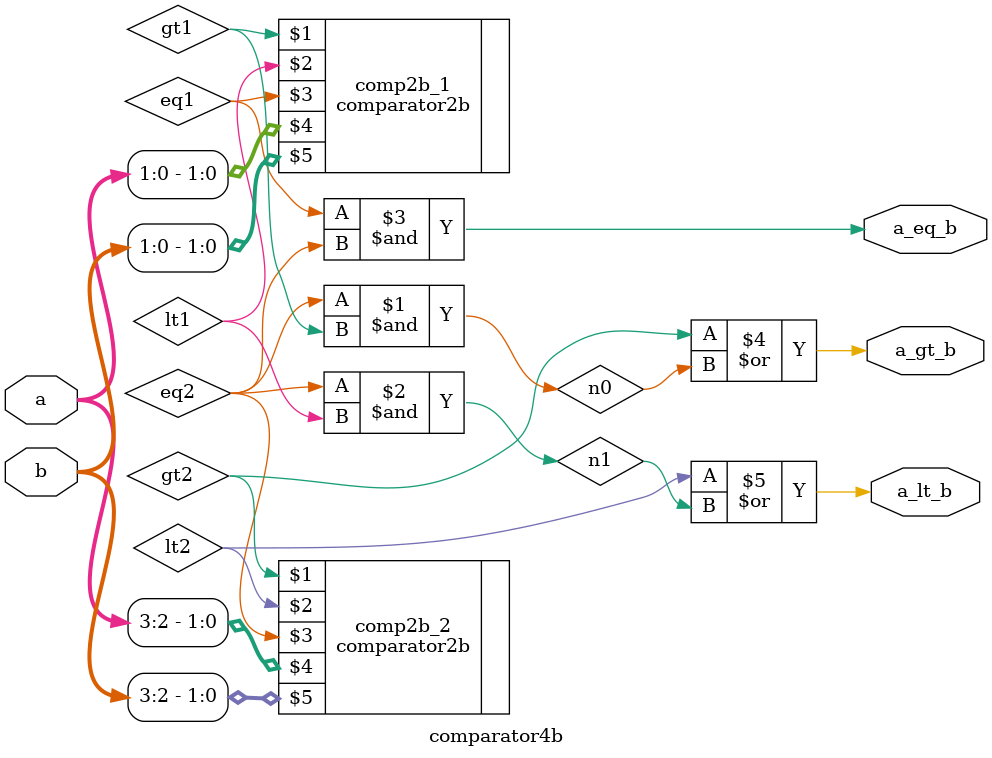
<source format=v>
`timescale 1ns / 1ps


module comparator4b(a_gt_b, a_lt_b, a_eq_b, a, b);
output a_gt_b, a_lt_b, a_eq_b;
input [3:0]a, b;

wire gt1, lt1, eq1, gt2, lt2, eq2, n0, n1;

comparator2b comp2b_1(gt1, lt1, eq1, a[1:0], b[1:0]); // lower bits
comparator2b comp2b_2(gt2, lt2, eq2, a[3:2], b[3:2]); // higher bits

and AND0(n0, eq2, gt1),
    AND1(n1, eq2, lt1),
    AND2(a_eq_b, eq1, eq2);

or OR0(a_gt_b, gt2, n0),
   OR1(a_lt_b, lt2, n1);
endmodule

</source>
